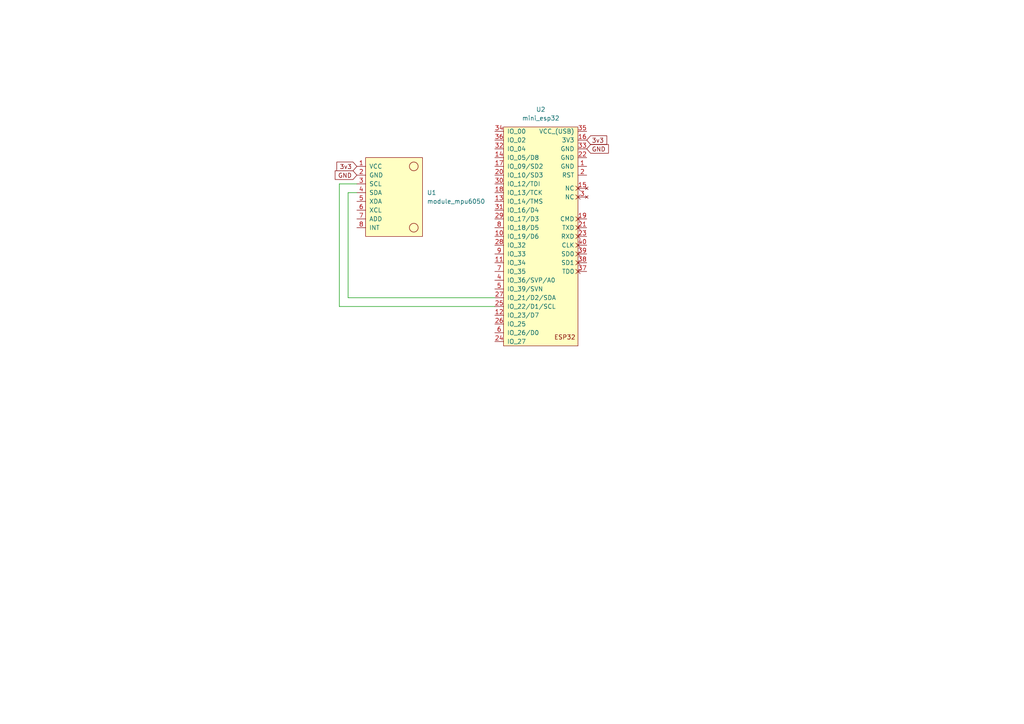
<source format=kicad_sch>
(kicad_sch (version 20211123) (generator eeschema)
  (paper "A4")
  (lib_symbols
    (symbol "ESP32_mini:mini_esp32" (pin_names (offset 1.016))
      (property "Reference" "U" (at -7.62 -50.8 0))
      (property "Value" "mini_esp32" (at 5.08 -59.69 0))
      (symbol "mini_esp32_0_0"
        (text "ESP32" (at 7.62 -62.23 0) (effects (font (size 1.27 1.27))))
        (pin power_in line (at 13.97 -12.7 180) (length 2.54) (name "GND") (number "1"))
        (pin input line (at 13.97 -15.24 180) (length 2.54) (name "RST") (number "2"))
        (pin no_connect non_logic (at 13.97 -21.59 180) (length 2.54) (name "NC") (number "3"))
        (pin bidirectional line (at -12.7 -45.72 0) (length 2.54) (name "IO_36/SVP/A0") (number "4"))
        (pin bidirectional line (at -12.7 -48.26 0) (length 2.54) (name "IO_39/SVN") (number "5"))
      )
      (symbol "mini_esp32_0_1"
        (rectangle (start -10.16 -1.27) (end 11.43 -64.77) (fill (type background)))
      )
      (symbol "mini_esp32_1_1"
        (pin bidirectional line (at -12.7 -33.02 0) (length 2.54) (name "IO_19/D6") (number "10"))
        (pin bidirectional line (at -12.7 -40.64 0) (length 2.54) (name "IO_34") (number "11"))
        (pin bidirectional line (at -12.7 -55.88 0) (length 2.54) (name "IO_23/D7") (number "12"))
        (pin bidirectional line (at -12.7 -22.86 0) (length 2.54) (name "IO_14/TMS") (number "13"))
        (pin bidirectional line (at -12.7 -10.16 0) (length 2.54) (name "IO_05/D8") (number "14"))
        (pin no_connect non_logic (at 13.97 -19.05 180) (length 2.54) (name "NC") (number "15"))
        (pin power_in line (at 13.97 -5.08 180) (length 2.54) (name "3V3") (number "16"))
        (pin bidirectional line (at -12.7 -12.7 0) (length 2.54) (name "IO_09/SD2") (number "17"))
        (pin bidirectional line (at -12.7 -20.32 0) (length 2.54) (name "IO_13/TCK") (number "18"))
        (pin passive non_logic (at 13.97 -27.94 180) (length 2.54) (name "CMD") (number "19"))
        (pin bidirectional line (at -12.7 -15.24 0) (length 2.54) (name "IO_10/SD3") (number "20"))
        (pin passive non_logic (at 13.97 -30.48 180) (length 2.54) (name "TXD") (number "21"))
        (pin power_in line (at 13.97 -10.16 180) (length 2.54) (name "GND") (number "22"))
        (pin passive non_logic (at 13.97 -33.02 180) (length 2.54) (name "RXD") (number "23"))
        (pin bidirectional line (at -12.7 -63.5 0) (length 2.54) (name "IO_27") (number "24"))
        (pin bidirectional line (at -12.7 -53.34 0) (length 2.54) (name "IO_22/D1/SCL") (number "25"))
        (pin bidirectional line (at -12.7 -58.42 0) (length 2.54) (name "IO_25") (number "26"))
        (pin bidirectional line (at -12.7 -50.8 0) (length 2.54) (name "IO_21/D2/SDA") (number "27"))
        (pin bidirectional line (at -12.7 -35.56 0) (length 2.54) (name "IO_32") (number "28"))
        (pin bidirectional line (at -12.7 -27.94 0) (length 2.54) (name "IO_17/D3") (number "29"))
        (pin bidirectional line (at -12.7 -17.78 0) (length 2.54) (name "IO_12/TDI") (number "30"))
        (pin bidirectional line (at -12.7 -25.4 0) (length 2.54) (name "IO_16/D4") (number "31"))
        (pin bidirectional line (at -12.7 -7.62 0) (length 2.54) (name "IO_04") (number "32"))
        (pin power_in line (at 13.97 -7.62 180) (length 2.54) (name "GND") (number "33"))
        (pin bidirectional line (at -12.7 -2.54 0) (length 2.54) (name "IO_00") (number "34"))
        (pin power_in line (at 13.97 -2.54 180) (length 2.54) (name "VCC_(USB)") (number "35"))
        (pin bidirectional line (at -12.7 -5.08 0) (length 2.54) (name "IO_02") (number "36"))
        (pin passive non_logic (at 13.97 -43.18 180) (length 2.54) (name "TD0") (number "37"))
        (pin passive non_logic (at 13.97 -40.64 180) (length 2.54) (name "SD1") (number "38"))
        (pin passive non_logic (at 13.97 -38.1 180) (length 2.54) (name "SD0") (number "39"))
        (pin passive non_logic (at 13.97 -35.56 180) (length 2.54) (name "CLK") (number "40"))
        (pin bidirectional line (at -12.7 -60.96 0) (length 2.54) (name "IO_26/D0") (number "6"))
        (pin bidirectional line (at -12.7 -43.18 0) (length 2.54) (name "IO_35") (number "7"))
        (pin bidirectional line (at -12.7 -30.48 0) (length 2.54) (name "IO_18/D5") (number "8"))
        (pin bidirectional line (at -12.7 -38.1 0) (length 2.54) (name "IO_33") (number "9"))
      )
    )
    (symbol "usini_sensors:module_mpu6050" (pin_names (offset 1.016))
      (property "Reference" "U" (at 2.54 21.59 0))
      (property "Value" "module_mpu6050" (at 11.43 -3.81 0))
      (symbol "module_mpu6050_0_1"
        (rectangle (start 2.54 20.32) (end 19.05 -2.54) (fill (type background)))
        (circle (center 16.51 0) (radius 1.27))
        (circle (center 16.51 17.78) (radius 1.27))
      )
      (symbol "module_mpu6050_1_1"
        (pin input line (at 0 17.78 0) (length 2.54) (name "VCC") (number "1"))
        (pin input line (at 0 15.24 0) (length 2.54) (name "GND") (number "2"))
        (pin input line (at 0 12.7 0) (length 2.54) (name "SCL") (number "3"))
        (pin input line (at 0 10.16 0) (length 2.54) (name "SDA") (number "4"))
        (pin input line (at 0 7.62 0) (length 2.54) (name "XDA") (number "5"))
        (pin input line (at 0 5.08 0) (length 2.54) (name "XCL") (number "6"))
        (pin input line (at 0 2.54 0) (length 2.54) (name "ADD") (number "7"))
        (pin input line (at 0 0 0) (length 2.54) (name "INT") (number "8"))
      )
    )
  )
  (wire (pts (xy 103.505 55.88) (xy 100.965 55.88)))
  (wire (pts (xy 98.425 88.9) (xy 98.425 53.34)))
  (wire (pts (xy 100.965 86.36) (xy 143.51 86.36)))
  (wire (pts (xy 98.425 53.34) (xy 103.505 53.34)))
  (wire (pts (xy 100.965 55.88) (xy 100.965 86.36)))
  (wire (pts (xy 143.51 88.9) (xy 98.425 88.9)))
  (global_label "3v3" (shape input) (at 103.505 48.26 180) (property "Intersheet References" "${INTERSHEET_REFS}" (effects hide)))
  (global_label "3v3" (shape input) (at 170.18 40.64 0) (property "Intersheet References" "${INTERSHEET_REFS}" (effects hide)))
  (global_label "GND" (shape input) (at 170.18 43.18 0) (property "Intersheet References" "${INTERSHEET_REFS}" (effects hide)))
  (global_label "GND" (shape input) (at 103.505 50.8 180) (property "Intersheet References" "${INTERSHEET_REFS}" (effects hide)))
  (symbol (lib_id "usini_sensors:module_mpu6050") (at 103.505 66.04 0) (unit 1)
    (property "Reference" "U1" (at 123.825 55.8799 0) (effects (justify left)))
    (property "Value" "module_mpu6050" (at 123.825 58.4199 0) (effects (justify left)))
    (property "Footprint" "usini_sensors:module_mpu6050" (effects hide))
  )
  (symbol (lib_id "ESP32_mini:mini_esp32") (at 156.21 35.56 0) (unit 1)
    (property "Reference" "U2" (at 156.845 31.75 0))
    (property "Value" "mini_esp32" (at 156.845 34.29 0))
    (property "Footprint" "ESP32_mini:ESP32_mini" (effects hide))
  )
)
</source>
